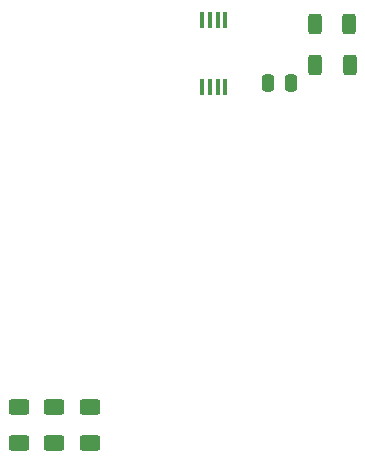
<source format=gtp>
G04 #@! TF.GenerationSoftware,KiCad,Pcbnew,9.0.1-9.0.1-0~ubuntu24.04.1*
G04 #@! TF.CreationDate,2025-04-16T21:59:29-05:00*
G04 #@! TF.ProjectId,pico_driver,7069636f-5f64-4726-9976-65722e6b6963,rev?*
G04 #@! TF.SameCoordinates,Original*
G04 #@! TF.FileFunction,Paste,Top*
G04 #@! TF.FilePolarity,Positive*
%FSLAX46Y46*%
G04 Gerber Fmt 4.6, Leading zero omitted, Abs format (unit mm)*
G04 Created by KiCad (PCBNEW 9.0.1-9.0.1-0~ubuntu24.04.1) date 2025-04-16 21:59:29*
%MOMM*%
%LPD*%
G01*
G04 APERTURE LIST*
G04 Aperture macros list*
%AMRoundRect*
0 Rectangle with rounded corners*
0 $1 Rounding radius*
0 $2 $3 $4 $5 $6 $7 $8 $9 X,Y pos of 4 corners*
0 Add a 4 corners polygon primitive as box body*
4,1,4,$2,$3,$4,$5,$6,$7,$8,$9,$2,$3,0*
0 Add four circle primitives for the rounded corners*
1,1,$1+$1,$2,$3*
1,1,$1+$1,$4,$5*
1,1,$1+$1,$6,$7*
1,1,$1+$1,$8,$9*
0 Add four rect primitives between the rounded corners*
20,1,$1+$1,$2,$3,$4,$5,0*
20,1,$1+$1,$4,$5,$6,$7,0*
20,1,$1+$1,$6,$7,$8,$9,0*
20,1,$1+$1,$8,$9,$2,$3,0*%
G04 Aperture macros list end*
%ADD10RoundRect,0.250000X0.625000X-0.400000X0.625000X0.400000X-0.625000X0.400000X-0.625000X-0.400000X0*%
%ADD11RoundRect,0.250000X0.312500X0.625000X-0.312500X0.625000X-0.312500X-0.625000X0.312500X-0.625000X0*%
%ADD12RoundRect,0.250000X-0.312500X-0.625000X0.312500X-0.625000X0.312500X0.625000X-0.312500X0.625000X0*%
%ADD13RoundRect,0.250000X-0.250000X-0.475000X0.250000X-0.475000X0.250000X0.475000X-0.250000X0.475000X0*%
%ADD14R,0.355600X1.473200*%
G04 APERTURE END LIST*
D10*
X122000000Y-87500000D03*
X122000000Y-84400000D03*
D11*
X150000000Y-55500000D03*
X147075000Y-55500000D03*
D12*
X147037500Y-52000000D03*
X149962500Y-52000000D03*
D13*
X143100000Y-57000000D03*
X145000000Y-57000000D03*
D10*
X125000000Y-87500000D03*
X125000000Y-84400000D03*
D14*
X137525001Y-57370200D03*
X138174999Y-57370200D03*
X138825001Y-57370200D03*
X139474999Y-57370200D03*
X139474999Y-51629800D03*
X138825001Y-51629800D03*
X138174999Y-51629800D03*
X137525001Y-51629800D03*
D10*
X128000000Y-87500000D03*
X128000000Y-84400000D03*
M02*

</source>
